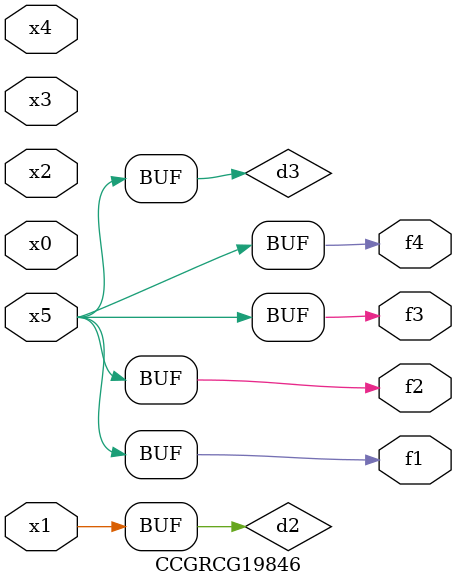
<source format=v>
module CCGRCG19846(
	input x0, x1, x2, x3, x4, x5,
	output f1, f2, f3, f4
);

	wire d1, d2, d3;

	not (d1, x5);
	or (d2, x1);
	xnor (d3, d1);
	assign f1 = d3;
	assign f2 = d3;
	assign f3 = d3;
	assign f4 = d3;
endmodule

</source>
